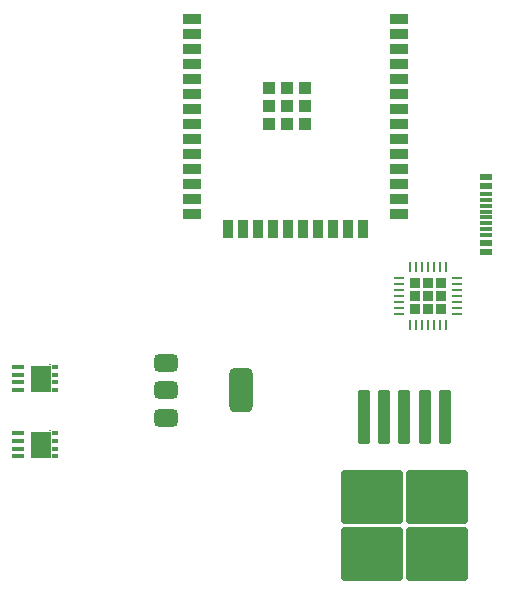
<source format=gbr>
%TF.GenerationSoftware,KiCad,Pcbnew,8.0.2*%
%TF.CreationDate,2024-10-06T18:26:15+11:00*%
%TF.ProjectId,ShutterRetroFit,53687574-7465-4725-9265-74726f466974,rev?*%
%TF.SameCoordinates,Original*%
%TF.FileFunction,Paste,Top*%
%TF.FilePolarity,Positive*%
%FSLAX46Y46*%
G04 Gerber Fmt 4.6, Leading zero omitted, Abs format (unit mm)*
G04 Created by KiCad (PCBNEW 8.0.2) date 2024-10-06 18:26:15*
%MOMM*%
%LPD*%
G01*
G04 APERTURE LIST*
G04 Aperture macros list*
%AMRoundRect*
0 Rectangle with rounded corners*
0 $1 Rounding radius*
0 $2 $3 $4 $5 $6 $7 $8 $9 X,Y pos of 4 corners*
0 Add a 4 corners polygon primitive as box body*
4,1,4,$2,$3,$4,$5,$6,$7,$8,$9,$2,$3,0*
0 Add four circle primitives for the rounded corners*
1,1,$1+$1,$2,$3*
1,1,$1+$1,$4,$5*
1,1,$1+$1,$6,$7*
1,1,$1+$1,$8,$9*
0 Add four rect primitives between the rounded corners*
20,1,$1+$1,$2,$3,$4,$5,0*
20,1,$1+$1,$4,$5,$6,$7,0*
20,1,$1+$1,$6,$7,$8,$9,0*
20,1,$1+$1,$8,$9,$2,$3,0*%
G04 Aperture macros list end*
%ADD10RoundRect,0.375000X-0.625000X-0.375000X0.625000X-0.375000X0.625000X0.375000X-0.625000X0.375000X0*%
%ADD11RoundRect,0.500000X-0.500000X-1.400000X0.500000X-1.400000X0.500000X1.400000X-0.500000X1.400000X0*%
%ADD12RoundRect,0.250000X-0.300000X2.050000X-0.300000X-2.050000X0.300000X-2.050000X0.300000X2.050000X0*%
%ADD13RoundRect,0.250000X-2.375000X2.025000X-2.375000X-2.025000X2.375000X-2.025000X2.375000X2.025000X0*%
%ADD14RoundRect,0.225000X0.225000X-0.225000X0.225000X0.225000X-0.225000X0.225000X-0.225000X-0.225000X0*%
%ADD15RoundRect,0.062500X0.062500X-0.337500X0.062500X0.337500X-0.062500X0.337500X-0.062500X-0.337500X0*%
%ADD16RoundRect,0.062500X0.337500X-0.062500X0.337500X0.062500X-0.337500X0.062500X-0.337500X-0.062500X0*%
%ADD17R,1.500000X0.900000*%
%ADD18R,0.900000X1.500000*%
%ADD19R,1.050000X1.050000*%
%ADD20R,0.990000X0.405000*%
%ADD21R,0.510000X0.405000*%
%ADD22R,1.725000X2.235000*%
%ADD23R,0.250000X0.075000*%
%ADD24R,1.140000X0.600000*%
%ADD25R,1.140000X0.300000*%
G04 APERTURE END LIST*
D10*
%TO.C,U4*%
X111850000Y-97700000D03*
X111850000Y-100000000D03*
D11*
X118150000Y-100000000D03*
D10*
X111850000Y-102300000D03*
%TD*%
D12*
%TO.C,U3*%
X135400000Y-102275000D03*
X133700000Y-102275000D03*
X132000000Y-102275000D03*
D13*
X134775000Y-109000000D03*
X129225000Y-109000000D03*
X134775000Y-113850000D03*
X129225000Y-113850000D03*
D12*
X130300000Y-102275000D03*
X128600000Y-102275000D03*
%TD*%
D14*
%TO.C,U2*%
X132880000Y-93120000D03*
X134000000Y-93120000D03*
X135120000Y-93120000D03*
X132880000Y-92000000D03*
X134000000Y-92000000D03*
X135120000Y-92000000D03*
X132880000Y-90880000D03*
X134000000Y-90880000D03*
X135120000Y-90880000D03*
D15*
X132500000Y-94450000D03*
X133000000Y-94450000D03*
X133500000Y-94450000D03*
X134000000Y-94450000D03*
X134500000Y-94450000D03*
X135000000Y-94450000D03*
X135500000Y-94450000D03*
D16*
X136450000Y-93500000D03*
X136450000Y-93000000D03*
X136450000Y-92500000D03*
X136450000Y-92000000D03*
X136450000Y-91500000D03*
X136450000Y-91000000D03*
X136450000Y-90500000D03*
D15*
X135500000Y-89550000D03*
X135000000Y-89550000D03*
X134500000Y-89550000D03*
X134000000Y-89550000D03*
X133500000Y-89550000D03*
X133000000Y-89550000D03*
X132500000Y-89550000D03*
D16*
X131550000Y-90500000D03*
X131550000Y-91000000D03*
X131550000Y-91500000D03*
X131550000Y-92000000D03*
X131550000Y-92500000D03*
X131550000Y-93000000D03*
X131550000Y-93500000D03*
%TD*%
D17*
%TO.C,U1*%
X114000000Y-68570000D03*
X114000000Y-69840000D03*
X114000000Y-71110000D03*
X114000000Y-72380000D03*
X114000000Y-73650000D03*
X114000000Y-74920000D03*
X114000000Y-76190000D03*
X114000000Y-77460000D03*
X114000000Y-78730000D03*
X114000000Y-80000000D03*
X114000000Y-81270000D03*
X114000000Y-82540000D03*
X114000000Y-83810000D03*
X114000000Y-85080000D03*
D18*
X117040000Y-86330000D03*
X118310000Y-86330000D03*
X119580000Y-86330000D03*
X120850000Y-86330000D03*
X122120000Y-86330000D03*
X123390000Y-86330000D03*
X124660000Y-86330000D03*
X125930000Y-86330000D03*
X127200000Y-86330000D03*
X128470000Y-86330000D03*
D17*
X131500000Y-85080000D03*
X131500000Y-83810000D03*
X131500000Y-82540000D03*
X131500000Y-81270000D03*
X131500000Y-80000000D03*
X131500000Y-78730000D03*
X131500000Y-77460000D03*
X131500000Y-76190000D03*
X131500000Y-74920000D03*
X131500000Y-73650000D03*
X131500000Y-72380000D03*
X131500000Y-71110000D03*
X131500000Y-69840000D03*
X131500000Y-68570000D03*
D19*
X120545000Y-74385000D03*
X120545000Y-75910000D03*
X120545000Y-77435000D03*
X122070000Y-74385000D03*
X122070000Y-75910000D03*
X122070000Y-77435000D03*
X123595000Y-74385000D03*
X123595000Y-75910000D03*
X123595000Y-77435000D03*
%TD*%
D20*
%TO.C,Q2*%
X99270000Y-103610000D03*
X99270000Y-104270000D03*
X99270000Y-104930000D03*
X99270000Y-105590000D03*
D21*
X102380000Y-105590000D03*
X102380000Y-104930000D03*
X102380000Y-104270000D03*
X102380000Y-103610000D03*
D22*
X101263000Y-104600000D03*
D23*
X102000000Y-103445000D03*
X102000000Y-105755000D03*
%TD*%
D20*
%TO.C,Q1*%
X99270000Y-98010000D03*
X99270000Y-98670000D03*
X99270000Y-99330000D03*
X99270000Y-99990000D03*
D21*
X102380000Y-99990000D03*
X102380000Y-99330000D03*
X102380000Y-98670000D03*
X102380000Y-98010000D03*
D22*
X101263000Y-99000000D03*
D23*
X102000000Y-97845000D03*
X102000000Y-100155000D03*
%TD*%
D24*
%TO.C,J1*%
X138930000Y-88310000D03*
X138930000Y-87510000D03*
D25*
X138930000Y-86360000D03*
X138930000Y-85360000D03*
X138930000Y-84860000D03*
X138930000Y-83860000D03*
D24*
X138930000Y-81910000D03*
X138930000Y-82710000D03*
D25*
X138930000Y-83360000D03*
X138930000Y-84360000D03*
X138930000Y-85860000D03*
X138930000Y-86860000D03*
%TD*%
M02*

</source>
